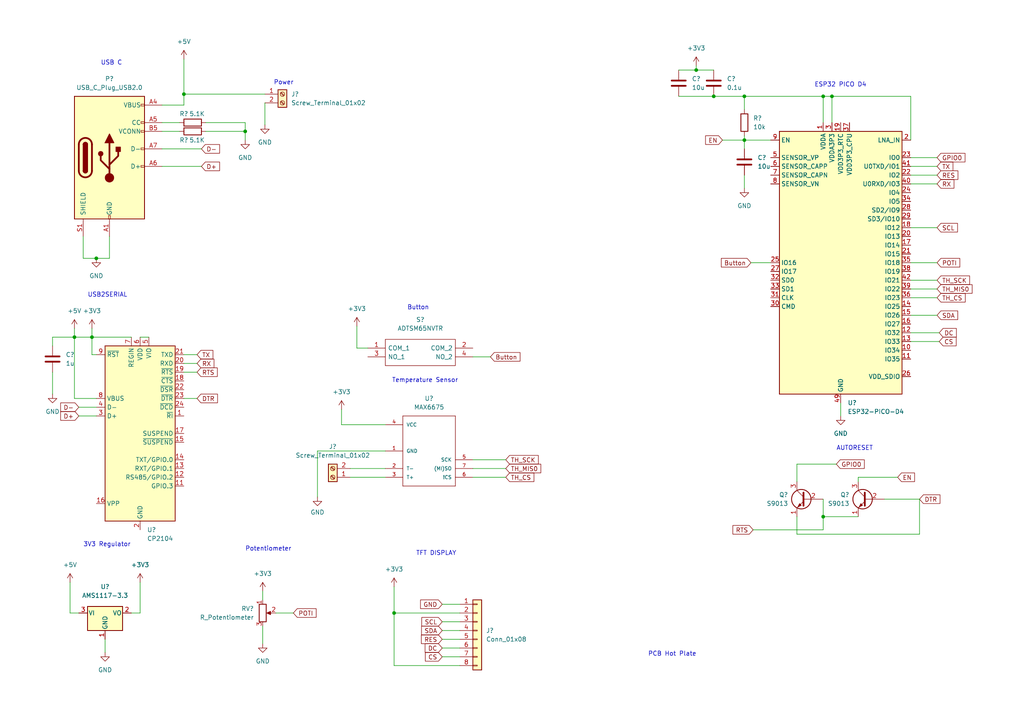
<source format=kicad_sch>
(kicad_sch (version 20211123) (generator eeschema)
  (paper "A4")
  (lib_symbols
    (symbol "ADTSM65NVTR:ADTSM65NVTR" (pin_names (offset 0.762))
      (property "Reference" "S" (at 26.67 7.62 0))
      (property "Value" "ADTSM65NVTR" (at 26.67 5.08 0))
      (symbol "ADTSM65NVTR_0_0"
        (pin passive line (at 0 0 0) (length 5.08) (name "COM_1") (number "1"))
        (pin passive line (at 30.48 0 180) (length 5.08) (name "COM_2") (number "2"))
        (pin passive line (at 0 -2.54 0) (length 5.08) (name "NO_1") (number "3"))
        (pin passive line (at 30.48 -2.54 180) (length 5.08) (name "NO_2") (number "4"))
      )
      (symbol "ADTSM65NVTR_0_1"
        (polyline (pts (xy 5.08 2.54) (xy 25.4 2.54) (xy 25.4 -5.08) (xy 5.08 -5.08) (xy 5.08 2.54)) (stroke (width 0.1524)))
      )
    )
    (symbol "Connector:Screw_Terminal_01x02" (pin_names (offset 1.016) hide)
      (property "Reference" "J" (at 0 2.54 0))
      (property "Value" "Screw_Terminal_01x02" (at 0 -5.08 0))
      (symbol "Screw_Terminal_01x02_1_1"
        (rectangle (start -1.27 1.27) (end 1.27 -3.81) (stroke (width 0.254)) (fill (type background)))
        (circle (center 0 -2.54) (radius 0.635) (stroke (width 0.1524)))
        (polyline (pts (xy -0.5334 -2.2098) (xy 0.3302 -3.048)) (stroke (width 0.1524)))
        (polyline (pts (xy -0.5334 0.3302) (xy 0.3302 -0.508)) (stroke (width 0.1524)))
        (polyline (pts (xy -0.3556 -2.032) (xy 0.508 -2.8702)) (stroke (width 0.1524)))
        (polyline (pts (xy -0.3556 0.508) (xy 0.508 -0.3302)) (stroke (width 0.1524)))
        (circle (center 0 0) (radius 0.635) (stroke (width 0.1524)))
        (pin passive line (at -5.08 0 0) (length 3.81) (name "Pin_1") (number "1"))
        (pin passive line (at -5.08 -2.54 0) (length 3.81) (name "Pin_2") (number "2"))
      )
    )
    (symbol "Connector:USB_C_Plug_USB2.0" (pin_names (offset 1.016))
      (property "Reference" "P" (at -10.16 19.05 0))
      (property "Value" "USB_C_Plug_USB2.0" (at 12.7 19.05 0))
      (symbol "USB_C_Plug_USB2.0_0_0"
        (rectangle (start -0.254 -17.78) (end 0.254 -16.764))
        (rectangle (start 10.16 -2.286) (end 9.144 -2.794))
        (rectangle (start 10.16 2.794) (end 9.144 2.286))
        (rectangle (start 10.16 7.874) (end 9.144 7.366))
        (rectangle (start 10.16 10.414) (end 9.144 9.906))
        (rectangle (start 10.16 15.494) (end 9.144 14.986))
      )
      (symbol "USB_C_Plug_USB2.0_0_1"
        (rectangle (start -10.16 17.78) (end 10.16 -17.78) (stroke (width 0.254)) (fill (type background)))
        (arc (start -8.89 -3.81) (mid -6.985 -5.715) (end -5.08 -3.81) (stroke (width 0.508)))
        (arc (start -7.62 -3.81) (mid -6.985 -4.445) (end -6.35 -3.81) (stroke (width 0.254)))
        (arc (start -7.62 -3.81) (mid -6.985 -4.445) (end -6.35 -3.81) (stroke (width 0.254)) (fill (type outline)))
        (rectangle (start -7.62 -3.81) (end -6.35 3.81) (stroke (width 0.254)) (fill (type outline)))
        (arc (start -6.35 3.81) (mid -6.985 4.445) (end -7.62 3.81) (stroke (width 0.254)))
        (arc (start -6.35 3.81) (mid -6.985 4.445) (end -7.62 3.81) (stroke (width 0.254)) (fill (type outline)))
        (arc (start -5.08 3.81) (mid -6.985 5.715) (end -8.89 3.81) (stroke (width 0.508)))
        (circle (center -2.54 1.143) (radius 0.635) (stroke (width 0.254)) (fill (type outline)))
        (circle (center 0 -5.842) (radius 1.27) (fill (type outline)))
        (polyline (pts (xy -8.89 -3.81) (xy -8.89 3.81)) (stroke (width 0.508)))
        (polyline (pts (xy -5.08 3.81) (xy -5.08 -3.81)) (stroke (width 0.508)))
        (polyline (pts (xy 0 -5.842) (xy 0 4.318)) (stroke (width 0.508)))
        (polyline (pts (xy 0 -3.302) (xy -2.54 -0.762) (xy -2.54 0.508)) (stroke (width 0.508)))
        (polyline (pts (xy 0 -2.032) (xy 2.54 0.508) (xy 2.54 1.778)) (stroke (width 0.508)))
        (polyline (pts (xy -1.27 4.318) (xy 0 6.858) (xy 1.27 4.318) (xy -1.27 4.318)) (stroke (width 0.254)) (fill (type outline)))
        (rectangle (start 1.905 1.778) (end 3.175 3.048) (stroke (width 0.254)) (fill (type outline)))
      )
      (symbol "USB_C_Plug_USB2.0_1_1"
        (pin passive line (at 0 -22.86 90) (length 5.08) (name "GND") (number "A1"))
        (pin passive line (at 0 -22.86 90) (length 5.08) hide (name "GND") (number "A12"))
        (pin passive line (at 15.24 15.24 180) (length 5.08) (name "VBUS") (number "A4"))
        (pin bidirectional line (at 15.24 10.16 180) (length 5.08) (name "CC") (number "A5"))
        (pin bidirectional line (at 15.24 -2.54 180) (length 5.08) (name "D+") (number "A6"))
        (pin bidirectional line (at 15.24 2.54 180) (length 5.08) (name "D-") (number "A7"))
        (pin passive line (at 15.24 15.24 180) (length 5.08) hide (name "VBUS") (number "A9"))
        (pin passive line (at 0 -22.86 90) (length 5.08) hide (name "GND") (number "B1"))
        (pin passive line (at 0 -22.86 90) (length 5.08) hide (name "GND") (number "B12"))
        (pin passive line (at 15.24 15.24 180) (length 5.08) hide (name "VBUS") (number "B4"))
        (pin bidirectional line (at 15.24 7.62 180) (length 5.08) (name "VCONN") (number "B5"))
        (pin passive line (at 15.24 15.24 180) (length 5.08) hide (name "VBUS") (number "B9"))
        (pin passive line (at -7.62 -22.86 90) (length 5.08) (name "SHIELD") (number "S1"))
      )
    )
    (symbol "Connector_Generic:Conn_01x08" (pin_names (offset 1.016) hide)
      (property "Reference" "J" (at 0 10.16 0))
      (property "Value" "Conn_01x08" (at 0 -12.7 0))
      (symbol "Conn_01x08_1_1"
        (rectangle (start -1.27 -10.033) (end 0 -10.287) (stroke (width 0.1524)))
        (rectangle (start -1.27 -7.493) (end 0 -7.747) (stroke (width 0.1524)))
        (rectangle (start -1.27 -4.953) (end 0 -5.207) (stroke (width 0.1524)))
        (rectangle (start -1.27 -2.413) (end 0 -2.667) (stroke (width 0.1524)))
        (rectangle (start -1.27 0.127) (end 0 -0.127) (stroke (width 0.1524)))
        (rectangle (start -1.27 2.667) (end 0 2.413) (stroke (width 0.1524)))
        (rectangle (start -1.27 5.207) (end 0 4.953) (stroke (width 0.1524)))
        (rectangle (start -1.27 7.747) (end 0 7.493) (stroke (width 0.1524)))
        (rectangle (start -1.27 8.89) (end 1.27 -11.43) (stroke (width 0.254)) (fill (type background)))
        (pin passive line (at -5.08 7.62 0) (length 3.81) (name "Pin_1") (number "1"))
        (pin passive line (at -5.08 5.08 0) (length 3.81) (name "Pin_2") (number "2"))
        (pin passive line (at -5.08 2.54 0) (length 3.81) (name "Pin_3") (number "3"))
        (pin passive line (at -5.08 0 0) (length 3.81) (name "Pin_4") (number "4"))
        (pin passive line (at -5.08 -2.54 0) (length 3.81) (name "Pin_5") (number "5"))
        (pin passive line (at -5.08 -5.08 0) (length 3.81) (name "Pin_6") (number "6"))
        (pin passive line (at -5.08 -7.62 0) (length 3.81) (name "Pin_7") (number "7"))
        (pin passive line (at -5.08 -10.16 0) (length 3.81) (name "Pin_8") (number "8"))
      )
    )
    (symbol "Device:C" (pin_numbers hide) (pin_names (offset 0.254))
      (property "Reference" "C" (at 0.635 2.54 0))
      (property "Value" "C" (at 0.635 -2.54 0))
      (symbol "C_0_1"
        (polyline (pts (xy -2.032 -0.762) (xy 2.032 -0.762)) (stroke (width 0.508)))
        (polyline (pts (xy -2.032 0.762) (xy 2.032 0.762)) (stroke (width 0.508)))
      )
      (symbol "C_1_1"
        (pin passive line (at 0 3.81 270) (length 2.794) (name "~") (number "1"))
        (pin passive line (at 0 -3.81 90) (length 2.794) (name "~") (number "2"))
      )
    )
    (symbol "Device:Q_NPN_EBC" (pin_names (offset 0) hide)
      (property "Reference" "Q" (at 5.08 1.27 0))
      (property "Value" "Q_NPN_EBC" (at 5.08 -1.27 0))
      (symbol "Q_NPN_EBC_0_1"
        (polyline (pts (xy 0.635 0.635) (xy 2.54 2.54)))
        (polyline (pts (xy 0.635 -0.635) (xy 2.54 -2.54) (xy 2.54 -2.54)))
        (polyline (pts (xy 0.635 1.905) (xy 0.635 -1.905) (xy 0.635 -1.905)) (stroke (width 0.508)))
        (polyline (pts (xy 1.27 -1.778) (xy 1.778 -1.27) (xy 2.286 -2.286) (xy 1.27 -1.778) (xy 1.27 -1.778)) (fill (type outline)))
        (circle (center 1.27 0) (radius 2.8194) (stroke (width 0.254)))
      )
      (symbol "Q_NPN_EBC_1_1"
        (pin passive line (at 2.54 -5.08 90) (length 2.54) (name "E") (number "1"))
        (pin passive line (at -5.08 0 0) (length 5.715) (name "B") (number "2"))
        (pin passive line (at 2.54 5.08 270) (length 2.54) (name "C") (number "3"))
      )
    )
    (symbol "Device:R" (pin_numbers hide) (pin_names (offset 0))
      (property "Reference" "R" (at 2.032 0 90))
      (property "Value" "R" (at 0 0 90))
      (symbol "R_0_1"
        (rectangle (start -1.016 -2.54) (end 1.016 2.54) (stroke (width 0.254)))
      )
      (symbol "R_1_1"
        (pin passive line (at 0 3.81 270) (length 1.27) (name "~") (number "1"))
        (pin passive line (at 0 -3.81 90) (length 1.27) (name "~") (number "2"))
      )
    )
    (symbol "Device:R_Potentiometer" (pin_names (offset 1.016) hide)
      (property "Reference" "RV" (at -4.445 0 90))
      (property "Value" "R_Potentiometer" (at -2.54 0 90))
      (symbol "R_Potentiometer_0_1"
        (polyline (pts (xy 2.54 0) (xy 1.524 0)))
        (polyline (pts (xy 1.143 0) (xy 2.286 0.508) (xy 2.286 -0.508) (xy 1.143 0)) (fill (type outline)))
        (rectangle (start 1.016 2.54) (end -1.016 -2.54) (stroke (width 0.254)))
      )
      (symbol "R_Potentiometer_1_1"
        (pin passive line (at 0 3.81 270) (length 1.27) (name "1") (number "1"))
        (pin passive line (at 3.81 0 180) (length 1.27) (name "2") (number "2"))
        (pin passive line (at 0 -3.81 90) (length 1.27) (name "3") (number "3"))
      )
    )
    (symbol "Interface_USB:CP2104"
      (property "Reference" "U" (at -5.08 28.575 0))
      (property "Value" "CP2104" (at -5.08 26.67 0))
      (symbol "CP2104_1_1"
        (rectangle (start -10.16 25.4) (end 10.16 -25.4) (stroke (width 0.254)) (fill (type background)))
        (pin input line (at 12.7 5.08 180) (length 2.54) (name "~{RI}") (number "1"))
        (pin no_connect line (at 10.16 -20.32 180) (length 2.54) hide (name "NC") (number "10"))
        (pin bidirectional line (at 12.7 -15.24 180) (length 2.54) (name "GPIO.3") (number "11"))
        (pin bidirectional line (at 12.7 -12.7 180) (length 2.54) (name "RS485/GPIO.2") (number "12"))
        (pin bidirectional line (at 12.7 -10.16 180) (length 2.54) (name "RXT/GPIO.1") (number "13"))
        (pin bidirectional line (at 12.7 -7.62 180) (length 2.54) (name "TXT/GPIO.0") (number "14"))
        (pin output line (at 12.7 -2.54 180) (length 2.54) (name "~{SUSPEND}") (number "15"))
        (pin passive line (at -12.7 -20.32 0) (length 2.54) (name "VPP") (number "16"))
        (pin output line (at 12.7 0 180) (length 2.54) (name "SUSPEND") (number "17"))
        (pin input line (at 12.7 15.24 180) (length 2.54) (name "~{CTS}") (number "18"))
        (pin output line (at 12.7 17.78 180) (length 2.54) (name "~{RTS}") (number "19"))
        (pin power_in line (at 0 -27.94 90) (length 2.54) (name "GND") (number "2"))
        (pin input line (at 12.7 20.32 180) (length 2.54) (name "RXD") (number "20"))
        (pin output line (at 12.7 22.86 180) (length 2.54) (name "TXD") (number "21"))
        (pin input line (at 12.7 12.7 180) (length 2.54) (name "~{DSR}") (number "22"))
        (pin output line (at 12.7 10.16 180) (length 2.54) (name "~{DTR}") (number "23"))
        (pin input line (at 12.7 7.62 180) (length 2.54) (name "~{DCD}") (number "24"))
        (pin passive line (at 0 -27.94 90) (length 2.54) hide (name "GND") (number "25"))
        (pin bidirectional line (at -12.7 5.08 0) (length 2.54) (name "D+") (number "3"))
        (pin bidirectional line (at -12.7 7.62 0) (length 2.54) (name "D-") (number "4"))
        (pin power_in line (at 2.54 27.94 270) (length 2.54) (name "VIO") (number "5"))
        (pin power_in line (at 0 27.94 270) (length 2.54) (name "VDD") (number "6"))
        (pin power_in line (at -2.54 27.94 270) (length 2.54) (name "REGIN") (number "7"))
        (pin input line (at -12.7 10.16 0) (length 2.54) (name "VBUS") (number "8"))
        (pin bidirectional line (at -12.7 22.86 0) (length 2.54) (name "~{RST}") (number "9"))
      )
    )
    (symbol "RF_Module:ESP32-PICO-D4"
      (property "Reference" "U" (at -17.78 39.37 0))
      (property "Value" "ESP32-PICO-D4" (at 3.81 39.37 0))
      (symbol "ESP32-PICO-D4_0_0"
        (pin power_in line (at -5.08 40.64 270) (length 2.54) (name "VDDA") (number "1"))
        (pin input line (at 20.32 -25.4 180) (length 2.54) (name "IO34") (number "10"))
        (pin input line (at 20.32 -27.94 180) (length 2.54) (name "IO35") (number "11"))
        (pin bidirectional line (at 20.32 -20.32 180) (length 2.54) (name "IO32") (number "12"))
        (pin bidirectional line (at 20.32 -22.86 180) (length 2.54) (name "IO33") (number "13"))
        (pin bidirectional line (at 20.32 -12.7 180) (length 2.54) (name "IO25") (number "14"))
        (pin bidirectional line (at 20.32 -15.24 180) (length 2.54) (name "IO26") (number "15"))
        (pin bidirectional line (at 20.32 -17.78 180) (length 2.54) (name "IO27") (number "16"))
        (pin bidirectional line (at 20.32 5.08 180) (length 2.54) (name "IO14") (number "17"))
        (pin bidirectional line (at 20.32 10.16 180) (length 2.54) (name "IO12") (number "18"))
        (pin power_in line (at 0 40.64 270) (length 2.54) (name "VDD3P3_RTC") (number "19"))
        (pin bidirectional line (at 20.32 35.56 180) (length 2.54) (name "LNA_IN") (number "2"))
        (pin bidirectional line (at 20.32 7.62 180) (length 2.54) (name "IO13") (number "20"))
        (pin bidirectional line (at 20.32 2.54 180) (length 2.54) (name "IO15") (number "21"))
        (pin bidirectional line (at 20.32 25.4 180) (length 2.54) (name "IO2") (number "22"))
        (pin bidirectional line (at 20.32 30.48 180) (length 2.54) (name "IO0") (number "23"))
        (pin bidirectional line (at 20.32 20.32 180) (length 2.54) (name "IO4") (number "24"))
        (pin bidirectional line (at -20.32 0 0) (length 2.54) (name "IO16") (number "25"))
        (pin power_out line (at 20.32 -33.02 180) (length 2.54) (name "VDD_SDIO") (number "26"))
        (pin bidirectional line (at -20.32 -2.54 0) (length 2.54) (name "IO17") (number "27"))
        (pin bidirectional line (at 20.32 15.24 180) (length 2.54) (name "SD2/IO9") (number "28"))
        (pin bidirectional line (at 20.32 12.7 180) (length 2.54) (name "SD3/IO10") (number "29"))
        (pin power_in line (at -2.54 40.64 270) (length 2.54) (name "VDDA3P3") (number "3"))
        (pin bidirectional line (at -20.32 -12.7 0) (length 2.54) (name "CMD") (number "30"))
        (pin bidirectional line (at -20.32 -10.16 0) (length 2.54) (name "CLK") (number "31"))
        (pin bidirectional line (at -20.32 -5.08 0) (length 2.54) (name "SD0") (number "32"))
        (pin bidirectional line (at -20.32 -7.62 0) (length 2.54) (name "SD1") (number "33"))
        (pin bidirectional line (at 20.32 17.78 180) (length 2.54) (name "IO5") (number "34"))
        (pin bidirectional line (at 20.32 0 180) (length 2.54) (name "IO18") (number "35"))
        (pin bidirectional line (at 20.32 -10.16 180) (length 2.54) (name "IO23") (number "36"))
        (pin power_in line (at 2.54 40.64 270) (length 2.54) (name "VDD3P3_CPU") (number "37"))
        (pin bidirectional line (at 20.32 -2.54 180) (length 2.54) (name "IO19") (number "38"))
        (pin bidirectional line (at 20.32 -7.62 180) (length 2.54) (name "IO22") (number "39"))
        (pin passive line (at -2.54 40.64 270) (length 2.54) hide (name "VDDA3P3") (number "4"))
        (pin bidirectional line (at 20.32 22.86 180) (length 2.54) (name "U0RXD/IO3") (number "40"))
        (pin bidirectional line (at 20.32 27.94 180) (length 2.54) (name "U0TXD/IO1") (number "41"))
        (pin bidirectional line (at 20.32 -5.08 180) (length 2.54) (name "IO21") (number "42"))
        (pin passive line (at -5.08 40.64 270) (length 2.54) hide (name "VDDA") (number "43"))
        (pin no_connect line (at -17.78 -25.4 0) (length 2.54) hide (name "XTAL_N_NC") (number "44"))
        (pin no_connect line (at -17.78 -27.94 0) (length 2.54) hide (name "XTAL_P_NC") (number "45"))
        (pin passive line (at -5.08 40.64 270) (length 2.54) hide (name "VDDA") (number "46"))
        (pin no_connect line (at -17.78 -30.48 0) (length 2.54) hide (name "CAP2_NC") (number "47"))
        (pin no_connect line (at -17.78 -33.02 0) (length 2.54) hide (name "CAP1_NC") (number "48"))
        (pin power_in line (at 0 -40.64 90) (length 2.54) (name "GND") (number "49"))
        (pin input line (at -20.32 30.48 0) (length 2.54) (name "SENSOR_VP") (number "5"))
        (pin input line (at -20.32 27.94 0) (length 2.54) (name "SENSOR_CAPP") (number "6"))
        (pin input line (at -20.32 25.4 0) (length 2.54) (name "SENSOR_CAPN") (number "7"))
        (pin input line (at -20.32 22.86 0) (length 2.54) (name "SENSOR_VN") (number "8"))
        (pin input line (at -20.32 35.56 0) (length 2.54) (name "EN") (number "9"))
      )
      (symbol "ESP32-PICO-D4_0_1"
        (rectangle (start -17.78 38.1) (end 17.78 -38.1) (stroke (width 0.254)) (fill (type background)))
      )
    )
    (symbol "Regulator_Linear:AMS1117-3.3" (pin_names (offset 0.254))
      (property "Reference" "U" (at -3.81 3.175 0))
      (property "Value" "AMS1117-3.3" (at 0 3.175 0))
      (symbol "AMS1117-3.3_0_1"
        (rectangle (start -5.08 -5.08) (end 5.08 1.905) (stroke (width 0.254)) (fill (type background)))
      )
      (symbol "AMS1117-3.3_1_1"
        (pin power_in line (at 0 -7.62 90) (length 2.54) (name "GND") (number "1"))
        (pin power_out line (at 7.62 0 180) (length 2.54) (name "VO") (number "2"))
        (pin power_in line (at -7.62 0 0) (length 2.54) (name "VI") (number "3"))
      )
    )
    (symbol "SparkFun-AnalogIC:MAX6675" (pin_names (offset 1.016))
      (property "Reference" "U" (at -7.62 10.16 0))
      (property "Value" "MAX6675" (at -7.62 -12.7 0))
      (symbol "MAX6675_1_0"
        (polyline (pts (xy -7.62 -10.16) (xy 7.62 -10.16)))
        (polyline (pts (xy -7.62 10.16) (xy -7.62 -10.16)))
        (polyline (pts (xy 7.62 -10.16) (xy 7.62 10.16)))
        (polyline (pts (xy 7.62 10.16) (xy -7.62 10.16)))
      )
      (symbol "MAX6675_1_1"
        (pin bidirectional line (at -12.7 0 0) (length 5.08) (name "GND") (number "1"))
        (pin bidirectional line (at -12.7 -5.08 0) (length 5.08) (name "T-") (number "2"))
        (pin bidirectional line (at -12.7 -7.62 0) (length 5.08) (name "T+") (number "3"))
        (pin bidirectional line (at -12.7 7.62 0) (length 5.08) (name "VCC") (number "4"))
        (pin bidirectional line (at 12.7 -2.54 180) (length 5.08) (name "SCK") (number "5"))
        (pin bidirectional line (at 12.7 -7.62 180) (length 5.08) (name "!CS") (number "6"))
        (pin bidirectional line (at 12.7 -5.08 180) (length 5.08) (name "(MI)SO") (number "7"))
      )
    )
    (symbol "power:+3.3V" (power) (pin_names (offset 0))
      (property "Value" "+3.3V" (at 0 3.556 0))
      (symbol "+3.3V_0_1"
        (polyline (pts (xy -0.762 1.27) (xy 0 2.54)))
        (polyline (pts (xy 0 0) (xy 0 2.54)))
        (polyline (pts (xy 0 2.54) (xy 0.762 1.27)))
      )
      (symbol "+3.3V_1_1"
        (pin power_in line (at 0 0 90) (length 0) hide (name "+3V3") (number "1"))
      )
    )
    (symbol "power:+5V" (power) (pin_names (offset 0))
      (property "Value" "+5V" (at 0 3.556 0))
      (symbol "+5V_0_1"
        (polyline (pts (xy -0.762 1.27) (xy 0 2.54)))
        (polyline (pts (xy 0 0) (xy 0 2.54)))
        (polyline (pts (xy 0 2.54) (xy 0.762 1.27)))
      )
      (symbol "+5V_1_1"
        (pin power_in line (at 0 0 90) (length 0) hide (name "+5V") (number "1"))
      )
    )
    (symbol "power:GND" (power) (pin_names (offset 0))
      (property "Value" "GND" (at 0 -3.81 0))
      (symbol "GND_0_1"
        (polyline (pts (xy 0 0) (xy 0 -1.27) (xy 1.27 -1.27) (xy 0 -2.54) (xy -1.27 -1.27) (xy 0 -1.27)))
      )
      (symbol "GND_1_1"
        (pin power_in line (at 0 0 270) (length 0) hide (name "GND") (number "1"))
      )
    )
  )
  (junction (at 207.01 27.94))
  (junction (at 27.94 74.93))
  (junction (at 53.34 27.305))
  (junction (at 215.9 40.64))
  (junction (at 238.76 27.94))
  (junction (at 114.3 177.8))
  (junction (at 238.76 149.86))
  (junction (at 71.12 38.1))
  (junction (at 21.59 97.79))
  (junction (at 241.3 27.94))
  (junction (at 201.93 20.32))
  (junction (at 26.67 97.79))
  (junction (at 215.9 27.94))
  (wire (pts (xy 53.34 105.41) (xy 57.15 105.41)))
  (wire (pts (xy 26.67 97.79) (xy 21.59 97.79)))
  (wire (pts (xy 248.92 138.43) (xy 248.92 139.7)))
  (wire (pts (xy 241.3 27.94) (xy 241.3 35.56)))
  (wire (pts (xy 238.76 153.67) (xy 238.76 149.86)))
  (wire (pts (xy 26.67 97.79) (xy 26.67 102.87)))
  (wire (pts (xy 217.805 76.2) (xy 223.52 76.2)))
  (wire (pts (xy 101.6 135.89) (xy 111.76 135.89)))
  (wire (pts (xy 231.14 154.94) (xy 266.7 154.94)))
  (wire (pts (xy 71.12 40.64) (xy 71.12 38.1)))
  (wire (pts (xy 53.34 107.95) (xy 57.15 107.95)))
  (wire (pts (xy 53.34 115.57) (xy 57.15 115.57)))
  (wire (pts (xy 264.16 27.94) (xy 241.3 27.94)))
  (wire (pts (xy 76.2 171.45) (xy 76.2 173.99)))
  (wire (pts (xy 53.34 102.87) (xy 57.15 102.87)))
  (wire (pts (xy 128.27 182.88) (xy 133.35 182.88)))
  (wire (pts (xy 22.86 118.11) (xy 27.94 118.11)))
  (wire (pts (xy 231.14 134.62) (xy 231.14 139.7)))
  (wire (pts (xy 264.16 81.28) (xy 271.78 81.28)))
  (wire (pts (xy 196.85 27.94) (xy 207.01 27.94)))
  (wire (pts (xy 40.64 97.79) (xy 43.18 97.79)))
  (wire (pts (xy 266.7 144.78) (xy 266.7 154.94)))
  (wire (pts (xy 103.505 100.965) (xy 106.68 100.965)))
  (wire (pts (xy 128.27 175.26) (xy 133.35 175.26)))
  (wire (pts (xy 24.13 68.58) (xy 24.13 74.93)))
  (wire (pts (xy 53.34 27.305) (xy 76.835 27.305)))
  (wire (pts (xy 264.16 76.2) (xy 271.78 76.2)))
  (wire (pts (xy 215.9 40.64) (xy 215.9 43.18)))
  (wire (pts (xy 133.35 193.04) (xy 114.3 193.04)))
  (wire (pts (xy 31.75 74.93) (xy 31.75 68.58)))
  (wire (pts (xy 128.27 185.42) (xy 133.35 185.42)))
  (wire (pts (xy 21.59 95.25) (xy 21.59 97.79)))
  (wire (pts (xy 46.99 48.26) (xy 58.42 48.26)))
  (wire (pts (xy 238.76 35.56) (xy 238.76 27.94)))
  (wire (pts (xy 238.76 149.86) (xy 238.76 144.78)))
  (wire (pts (xy 71.12 35.56) (xy 71.12 38.1)))
  (wire (pts (xy 30.48 185.42) (xy 30.48 189.23)))
  (wire (pts (xy 40.64 177.8) (xy 40.64 168.91)))
  (wire (pts (xy 15.24 100.33) (xy 15.24 97.79)))
  (wire (pts (xy 46.99 35.56) (xy 52.07 35.56)))
  (wire (pts (xy 38.1 177.8) (xy 40.64 177.8)))
  (wire (pts (xy 46.99 43.18) (xy 58.42 43.18)))
  (wire (pts (xy 264.16 91.44) (xy 271.78 91.44)))
  (wire (pts (xy 264.16 96.52) (xy 272.415 96.52)))
  (wire (pts (xy 53.34 27.305) (xy 53.34 30.48)))
  (wire (pts (xy 215.9 27.94) (xy 215.9 31.75)))
  (wire (pts (xy 53.34 17.145) (xy 53.34 27.305)))
  (wire (pts (xy 238.76 27.94) (xy 241.3 27.94)))
  (wire (pts (xy 264.16 50.8) (xy 271.78 50.8)))
  (wire (pts (xy 256.54 144.78) (xy 266.7 144.78)))
  (wire (pts (xy 21.59 97.79) (xy 21.59 115.57)))
  (wire (pts (xy 128.27 190.5) (xy 133.35 190.5)))
  (wire (pts (xy 215.9 39.37) (xy 215.9 40.64)))
  (wire (pts (xy 264.16 83.82) (xy 271.78 83.82)))
  (wire (pts (xy 260.35 138.43) (xy 248.92 138.43)))
  (wire (pts (xy 111.76 123.19) (xy 99.06 123.19)))
  (wire (pts (xy 103.505 94.615) (xy 103.505 100.965)))
  (wire (pts (xy 231.14 149.86) (xy 231.14 154.94)))
  (wire (pts (xy 207.01 27.94) (xy 215.9 27.94)))
  (wire (pts (xy 264.16 86.36) (xy 271.78 86.36)))
  (wire (pts (xy 27.94 74.93) (xy 31.75 74.93)))
  (wire (pts (xy 46.99 38.1) (xy 52.07 38.1)))
  (wire (pts (xy 201.93 20.32) (xy 207.01 20.32)))
  (wire (pts (xy 76.835 29.845) (xy 76.835 36.195)))
  (wire (pts (xy 218.44 153.67) (xy 238.76 153.67)))
  (wire (pts (xy 209.55 40.64) (xy 215.9 40.64)))
  (wire (pts (xy 76.2 181.61) (xy 76.2 186.69)))
  (wire (pts (xy 26.67 95.25) (xy 26.67 97.79)))
  (wire (pts (xy 114.3 177.8) (xy 114.3 170.18)))
  (wire (pts (xy 215.9 40.64) (xy 223.52 40.64)))
  (wire (pts (xy 196.85 20.32) (xy 201.93 20.32)))
  (wire (pts (xy 242.57 134.62) (xy 231.14 134.62)))
  (wire (pts (xy 114.3 193.04) (xy 114.3 177.8)))
  (wire (pts (xy 80.01 177.8) (xy 85.09 177.8)))
  (wire (pts (xy 128.27 180.34) (xy 133.35 180.34)))
  (wire (pts (xy 22.86 177.8) (xy 20.32 177.8)))
  (wire (pts (xy 238.76 27.94) (xy 215.9 27.94)))
  (wire (pts (xy 15.24 107.95) (xy 15.24 114.3)))
  (wire (pts (xy 137.16 138.43) (xy 146.685 138.43)))
  (wire (pts (xy 15.24 97.79) (xy 21.59 97.79)))
  (wire (pts (xy 24.13 74.93) (xy 27.94 74.93)))
  (wire (pts (xy 99.06 123.19) (xy 99.06 118.745)))
  (wire (pts (xy 215.9 50.8) (xy 215.9 54.61)))
  (wire (pts (xy 21.59 115.57) (xy 27.94 115.57)))
  (wire (pts (xy 264.16 66.04) (xy 271.78 66.04)))
  (wire (pts (xy 264.16 48.26) (xy 271.78 48.26)))
  (wire (pts (xy 264.16 53.34) (xy 271.78 53.34)))
  (wire (pts (xy 243.84 116.84) (xy 243.84 120.65)))
  (wire (pts (xy 92.075 130.81) (xy 92.075 144.145)))
  (wire (pts (xy 71.12 38.1) (xy 59.69 38.1)))
  (wire (pts (xy 238.76 149.86) (xy 248.92 149.86)))
  (wire (pts (xy 137.16 135.89) (xy 146.685 135.89)))
  (wire (pts (xy 111.76 130.81) (xy 92.075 130.81)))
  (wire (pts (xy 264.16 40.64) (xy 264.16 27.94)))
  (wire (pts (xy 137.16 103.505) (xy 142.24 103.505)))
  (wire (pts (xy 114.3 177.8) (xy 133.35 177.8)))
  (wire (pts (xy 26.67 97.79) (xy 38.1 97.79)))
  (wire (pts (xy 128.27 187.96) (xy 133.35 187.96)))
  (wire (pts (xy 264.16 45.72) (xy 271.78 45.72)))
  (wire (pts (xy 22.86 120.65) (xy 27.94 120.65)))
  (wire (pts (xy 26.67 102.87) (xy 27.94 102.87)))
  (wire (pts (xy 101.6 138.43) (xy 111.76 138.43)))
  (wire (pts (xy 137.16 133.35) (xy 146.685 133.35)))
  (wire (pts (xy 20.32 177.8) (xy 20.32 168.91)))
  (wire (pts (xy 201.93 19.05) (xy 201.93 20.32)))
  (wire (pts (xy 264.16 99.06) (xy 272.415 99.06)))
  (wire (pts (xy 46.99 30.48) (xy 53.34 30.48)))
  (wire (pts (xy 59.69 35.56) (xy 71.12 35.56)))
  (text "Temperature Sensor" (at 113.665 111.125 0) (effects (font (size 1.27 1.27)) (justify left bottom)))
  (text "Potentiometer" (at 71.12 160.02 0) (effects (font (size 1.27 1.27)) (justify left bottom)))
  (text "TFT DISPLAY" (at 120.65 161.29 0) (effects (font (size 1.27 1.27)) (justify left bottom)))
  (text "PCB Hot Plate\n" (at 187.96 190.5 0) (effects (font (size 1.27 1.27)) (justify left bottom)))
  (text "Button\n\n" (at 118.11 92.075 0) (effects (font (size 1.27 1.27)) (justify left bottom)))
  (text "ESP32 PICO D4\n" (at 236.22 25.4 0) (effects (font (size 1.27 1.27)) (justify left bottom)))
  (text "USB C\n" (at 29.21 19.05 0) (effects (font (size 1.27 1.27)) (justify left bottom)))
  (text "AUTORESET" (at 242.57 130.81 0) (effects (font (size 1.27 1.27)) (justify left bottom)))
  (text "Power\n" (at 79.375 24.765 0) (effects (font (size 1.27 1.27)) (justify left bottom)))
  (text "3V3 Regulator\n" (at 24.13 158.75 0) (effects (font (size 1.27 1.27)) (justify left bottom)))
  (text "USB2SERIAL" (at 25.4 86.36 0) (effects (font (size 1.27 1.27)) (justify left bottom)))
  (global_label "SDA" (shape input) (at 271.78 91.44 0) (property "Intersheet References" "${INTERSHEET_REFS}" (effects hide)))
  (global_label "RX" (shape input) (at 271.78 53.34 0) (property "Intersheet References" "${INTERSHEET_REFS}" (effects hide)))
  (global_label "DTR" (shape input) (at 266.7 144.78 0) (property "Intersheet References" "${INTERSHEET_REFS}" (effects hide)))
  (global_label "TH_MIS0" (shape input) (at 146.685 135.89 0) (property "Intersheet References" "${INTERSHEET_REFS}" (effects hide)))
  (global_label "RTS" (shape input) (at 218.44 153.67 180) (property "Intersheet References" "${INTERSHEET_REFS}" (effects hide)))
  (global_label "TH_CS" (shape input) (at 146.685 138.43 0) (property "Intersheet References" "${INTERSHEET_REFS}" (effects hide)))
  (global_label "CS" (shape input) (at 128.27 190.5 180) (property "Intersheet References" "${INTERSHEET_REFS}" (effects hide)))
  (global_label "D+" (shape input) (at 22.86 120.65 180) (property "Intersheet References" "${INTERSHEET_REFS}" (effects hide)))
  (global_label "CS" (shape input) (at 272.415 99.06 0) (property "Intersheet References" "${INTERSHEET_REFS}" (effects hide)))
  (global_label "DC" (shape input) (at 272.415 96.52 0) (property "Intersheet References" "${INTERSHEET_REFS}" (effects hide)))
  (global_label "DTR" (shape input) (at 57.15 115.57 0) (property "Intersheet References" "${INTERSHEET_REFS}" (effects hide)))
  (global_label "Button" (shape input) (at 217.805 76.2 180) (property "Intersheet References" "${INTERSHEET_REFS}" (effects hide)))
  (global_label "D-" (shape input) (at 58.42 43.18 0) (property "Intersheet References" "${INTERSHEET_REFS}" (effects hide)))
  (global_label "RX" (shape input) (at 57.15 105.41 0) (property "Intersheet References" "${INTERSHEET_REFS}" (effects hide)))
  (global_label "POTI" (shape input) (at 271.78 76.2 0) (property "Intersheet References" "${INTERSHEET_REFS}" (effects hide)))
  (global_label "RES" (shape input) (at 128.27 185.42 180) (property "Intersheet References" "${INTERSHEET_REFS}" (effects hide)))
  (global_label "GPIO0" (shape input) (at 271.78 45.72 0) (property "Intersheet References" "${INTERSHEET_REFS}" (effects hide)))
  (global_label "POTI" (shape input) (at 85.09 177.8 0) (property "Intersheet References" "${INTERSHEET_REFS}" (effects hide)))
  (global_label "RES" (shape input) (at 271.78 50.8 0) (property "Intersheet References" "${INTERSHEET_REFS}" (effects hide)))
  (global_label "TH_MIS0" (shape input) (at 271.78 83.82 0) (property "Intersheet References" "${INTERSHEET_REFS}" (effects hide)))
  (global_label "TX" (shape input) (at 57.15 102.87 0) (property "Intersheet References" "${INTERSHEET_REFS}" (effects hide)))
  (global_label "GND" (shape input) (at 128.27 175.26 180) (property "Intersheet References" "${INTERSHEET_REFS}" (effects hide)))
  (global_label "SDA" (shape input) (at 128.27 182.88 180) (property "Intersheet References" "${INTERSHEET_REFS}" (effects hide)))
  (global_label "EN" (shape input) (at 260.35 138.43 0) (property "Intersheet References" "${INTERSHEET_REFS}" (effects hide)))
  (global_label "RTS" (shape input) (at 57.15 107.95 0) (property "Intersheet References" "${INTERSHEET_REFS}" (effects hide)))
  (global_label "TH_SCK" (shape input) (at 146.685 133.35 0) (property "Intersheet References" "${INTERSHEET_REFS}" (effects hide)))
  (global_label "GPIO0" (shape input) (at 242.57 134.62 0) (property "Intersheet References" "${INTERSHEET_REFS}" (effects hide)))
  (global_label "D+" (shape input) (at 58.42 48.26 0) (property "Intersheet References" "${INTERSHEET_REFS}" (effects hide)))
  (global_label "TH_SCK" (shape input) (at 271.78 81.28 0) (property "Intersheet References" "${INTERSHEET_REFS}" (effects hide)))
  (global_label "TH_CS" (shape input) (at 271.78 86.36 0) (property "Intersheet References" "${INTERSHEET_REFS}" (effects hide)))
  (global_label "SCL" (shape input) (at 271.78 66.04 0) (property "Intersheet References" "${INTERSHEET_REFS}" (effects hide)))
  (global_label "SCL" (shape input) (at 128.27 180.34 180) (property "Intersheet References" "${INTERSHEET_REFS}" (effects hide)))
  (global_label "EN" (shape input) (at 209.55 40.64 180) (property "Intersheet References" "${INTERSHEET_REFS}" (effects hide)))
  (global_label "Button" (shape input) (at 142.24 103.505 0) (property "Intersheet References" "${INTERSHEET_REFS}" (effects hide)))
  (global_label "D-" (shape input) (at 22.86 118.11 180) (property "Intersheet References" "${INTERSHEET_REFS}" (effects hide)))
  (global_label "DC" (shape input) (at 128.27 187.96 180) (property "Intersheet References" "${INTERSHEET_REFS}" (effects hide)))
  (global_label "TX" (shape input) (at 271.78 48.26 0) (property "Intersheet References" "${INTERSHEET_REFS}" (effects hide)))
  (symbol (lib_id "power:+5V") (at 53.34 17.145 0) (unit 1)
    (property "Reference" "#PWR?" (effects hide))
    (property "Value" "+5V" (at 53.34 12.065 0))
  )
  (symbol (lib_id "power:GND") (at 71.12 40.64 0) (unit 1)
    (property "Reference" "#PWR?" (effects hide))
    (property "Value" "GND" (at 71.12 45.72 0))
  )
  (symbol (lib_id "Device:C") (at 215.9 46.99 0) (unit 1)
    (property "Reference" "C?" (at 219.71 45.7199 0) (effects (justify left)))
    (property "Value" "10u" (at 219.71 48.2599 0) (effects (justify left)))
  )
  (symbol (lib_id "RF_Module:ESP32-PICO-D4") (at 243.84 76.2 0) (unit 1)
    (property "Reference" "U?" (at 245.8594 116.84 0) (effects (justify left)))
    (property "Value" "ESP32-PICO-D4" (at 245.8594 119.38 0) (effects (justify left)))
    (property "Footprint" "Package_DFN_QFN:QFN-48-1EP_7x7mm_P0.5mm_EP5.3x5.3mm" (effects hide))
    (property "Datasheet" "https://www.espressif.com/sites/default/files/documentation/esp32-pico-d4_datasheet_en.pdf" (effects hide))
  )
  (symbol (lib_id "Regulator_Linear:AMS1117-3.3") (at 30.48 177.8 0) (unit 1)
    (property "Reference" "U?" (at 30.48 170.18 0))
    (property "Value" "AMS1117-3.3" (at 30.48 172.72 0))
    (property "Footprint" "Package_TO_SOT_SMD:SOT-223-3_TabPin2" (effects hide))
    (property "Datasheet" "http://www.advanced-monolithic.com/pdf/ds1117.pdf" (effects hide))
  )
  (symbol (lib_id "power:+3.3V") (at 99.06 118.745 0) (unit 1)
    (property "Reference" "#PWR?" (effects hide))
    (property "Value" "+3.3V" (at 99.06 113.665 0))
  )
  (symbol (lib_id "power:+3.3V") (at 40.64 168.91 0) (unit 1)
    (property "Reference" "#PWR?" (effects hide))
    (property "Value" "+3.3V" (at 40.64 163.83 0))
  )
  (symbol (lib_id "power:GND") (at 30.48 189.23 0) (unit 1)
    (property "Reference" "#PWR?" (effects hide))
    (property "Value" "GND" (at 30.48 194.31 0))
  )
  (symbol (lib_id "power:+3.3V") (at 26.67 95.25 0) (unit 1)
    (property "Reference" "#PWR?" (effects hide))
    (property "Value" "+3.3V" (at 26.67 90.17 0))
  )
  (symbol (lib_id "Connector:USB_C_Plug_USB2.0") (at 31.75 45.72 0) (unit 1)
    (property "Reference" "P?" (at 31.75 22.86 0))
    (property "Value" "USB_C_Plug_USB2.0" (at 31.75 25.4 0))
    (property "Datasheet" "https://www.usb.org/sites/default/files/documents/usb_type-c.zip" (effects hide))
  )
  (symbol (lib_id "power:GND") (at 76.835 36.195 0) (unit 1)
    (property "Reference" "#PWR?" (effects hide))
    (property "Value" "GND" (at 76.835 41.275 0))
  )
  (symbol (lib_id "Device:Q_NPN_EBC") (at 233.68 144.78 0) (mirror y) (unit 1)
    (property "Reference" "Q?" (at 228.6 143.5099 0) (effects (justify left)))
    (property "Value" "S9013" (at 228.6 146.0499 0) (effects (justify left)))
  )
  (symbol (lib_id "power:+3.3V") (at 201.93 19.05 0) (unit 1)
    (property "Reference" "#PWR?" (effects hide))
    (property "Value" "+3.3V" (at 201.93 13.97 0))
  )
  (symbol (lib_id "Connector_Generic:Conn_01x08") (at 138.43 182.88 0) (unit 1)
    (property "Reference" "J?" (at 140.97 182.8799 0) (effects (justify left)))
    (property "Value" "Conn_01x08" (at 140.97 185.4199 0) (effects (justify left)))
  )
  (symbol (lib_id "Connector:Screw_Terminal_01x02") (at 81.915 27.305 0) (unit 1)
    (property "Reference" "J?" (at 84.455 27.3049 0) (effects (justify left)))
    (property "Value" "Screw_Terminal_01x02" (at 84.455 29.8449 0) (effects (justify left)))
  )
  (symbol (lib_id "ADTSM65NVTR:ADTSM65NVTR") (at 106.68 100.965 0) (unit 1)
    (property "Reference" "S?" (at 121.92 92.71 0))
    (property "Value" "ADTSM65NVTR" (at 121.92 95.25 0))
    (property "Footprint" "ADTSM65NVTR" (effects hide))
    (property "Datasheet" "http://www.mouser.com/datasheet/2/26/ADTS6-ADTSM-KTSC6-263747-1158247.pdf" (effects hide))
    (property "Description" "APEM - ADTSM65NVTR - TACTILE SW, SPST-NO, 0.05A, 12VDC, SMD" (effects hide))
    (property "Height" "13" (effects hide))
    (property "Manufacturer_Name" "Apem" (effects hide))
    (property "Manufacturer_Part_Number" "ADTSM65NVTR" (effects hide))
    (property "Mouser Part Number" "642-ADTSM65NVTR" (effects hide))
    (property "Mouser Price/Stock" "https://www.mouser.co.uk/ProductDetail/Apem/ADTSM65NVTR?qs=iGLABakYCr97C1e%2FRCgAAg%3D%3D" (effects hide))
  )
  (symbol (lib_id "Device:R_Potentiometer") (at 76.2 177.8 0) (unit 1)
    (property "Reference" "RV?" (at 73.66 176.5299 0) (effects (justify right)))
    (property "Value" "R_Potentiometer" (at 73.66 179.0699 0) (effects (justify right)))
  )
  (symbol (lib_id "power:GND") (at 243.84 120.65 0) (unit 1)
    (property "Reference" "#PWR?" (effects hide))
    (property "Value" "GND" (at 243.84 125.73 0))
  )
  (symbol (lib_id "Interface_USB:CP2104") (at 40.64 125.73 0) (unit 1)
    (property "Reference" "U?" (at 42.6594 153.67 0) (effects (justify left)))
    (property "Value" "CP2104" (at 42.6594 156.21 0) (effects (justify left)))
    (property "Footprint" "Package_DFN_QFN:QFN-24-1EP_4x4mm_P0.5mm_EP2.6x2.6mm" (effects hide))
    (property "Datasheet" "https://www.silabs.com/documents/public/data-sheets/cp2104.pdf" (effects hide))
  )
  (symbol (lib_id "Device:R") (at 55.88 35.56 90) (unit 1)
    (property "Reference" "R?" (at 53.34 33.02 90))
    (property "Value" "5.1K" (at 57.15 33.02 90))
  )
  (symbol (lib_id "power:GND") (at 76.2 186.69 0) (unit 1)
    (property "Reference" "#PWR?" (effects hide))
    (property "Value" "GND" (at 76.2 191.77 0))
  )
  (symbol (lib_id "power:+5V") (at 21.59 95.25 0) (unit 1)
    (property "Reference" "#PWR?" (effects hide))
    (property "Value" "+5V" (at 21.59 90.17 0))
  )
  (symbol (lib_id "power:GND") (at 215.9 54.61 0) (unit 1)
    (property "Reference" "#PWR?" (effects hide))
    (property "Value" "GND" (at 215.9 59.69 0))
  )
  (symbol (lib_id "Device:C") (at 196.85 24.13 0) (unit 1)
    (property "Reference" "C?" (at 200.66 22.8599 0) (effects (justify left)))
    (property "Value" "10u" (at 200.66 25.3999 0) (effects (justify left)))
  )
  (symbol (lib_id "SparkFun-AnalogIC:MAX6675") (at 124.46 130.81 0) (unit 1)
    (property "Reference" "U?" (at 124.46 115.57 0))
    (property "Value" "MAX6675" (at 124.46 118.11 0))
    (property "Footprint" "SOIC8" (effects hide))
  )
  (symbol (lib_id "Device:R") (at 55.88 38.1 90) (unit 1)
    (property "Reference" "R?" (at 53.34 40.64 90))
    (property "Value" "5.1K" (at 57.15 40.64 90))
  )
  (symbol (lib_id "Device:Q_NPN_EBC") (at 251.46 144.78 0) (mirror y) (unit 1)
    (property "Reference" "Q?" (at 246.38 143.5099 0) (effects (justify left)))
    (property "Value" "S9013" (at 246.38 146.0499 0) (effects (justify left)))
  )
  (symbol (lib_id "power:GND") (at 92.075 144.145 0) (unit 1)
    (property "Reference" "#PWR?" (effects hide))
    (property "Value" "GND" (at 92.075 148.59 0))
  )
  (symbol (lib_id "power:GND") (at 27.94 74.93 0) (unit 1)
    (property "Reference" "#PWR?" (effects hide))
    (property "Value" "GND" (at 27.94 80.01 0))
  )
  (symbol (lib_id "Device:C") (at 207.01 24.13 0) (unit 1)
    (property "Reference" "C?" (at 210.82 22.8599 0) (effects (justify left)))
    (property "Value" "0.1u" (at 210.82 25.3999 0) (effects (justify left)))
  )
  (symbol (lib_id "Device:C") (at 15.24 104.14 0) (unit 1)
    (property "Reference" "C?" (at 19.05 102.8699 0) (effects (justify left)))
    (property "Value" "1u" (at 19.05 105.4099 0) (effects (justify left)))
  )
  (symbol (lib_id "Device:R") (at 215.9 35.56 0) (unit 1)
    (property "Reference" "R?" (at 218.44 34.2899 0) (effects (justify left)))
    (property "Value" "10k" (at 218.44 36.8299 0) (effects (justify left)))
  )
  (symbol (lib_id "power:+3.3V") (at 76.2 171.45 0) (unit 1)
    (property "Reference" "#PWR?" (effects hide))
    (property "Value" "+3.3V" (at 76.2 166.37 0))
  )
  (symbol (lib_id "Connector:Screw_Terminal_01x02") (at 96.52 138.43 180) (unit 1)
    (property "Reference" "J?" (at 96.52 129.54 0))
    (property "Value" "Screw_Terminal_01x02" (at 96.52 132.08 0))
  )
  (symbol (lib_id "power:+3.3V") (at 103.505 94.615 0) (unit 1)
    (property "Reference" "#PWR?" (effects hide))
    (property "Value" "+3.3V" (at 103.505 89.535 0))
  )
  (symbol (lib_id "power:+5V") (at 20.32 168.91 0) (unit 1)
    (property "Reference" "#PWR?" (effects hide))
    (property "Value" "+5V" (at 20.32 163.83 0))
  )
  (symbol (lib_id "power:GND") (at 15.24 114.3 0) (unit 1)
    (property "Reference" "#PWR?" (effects hide))
    (property "Value" "GND" (at 15.24 119.38 0))
  )
  (symbol (lib_id "power:+3.3V") (at 114.3 170.18 0) (unit 1)
    (property "Reference" "#PWR?" (effects hide))
    (property "Value" "+3.3V" (at 114.3 165.1 0))
  )
)
</source>
